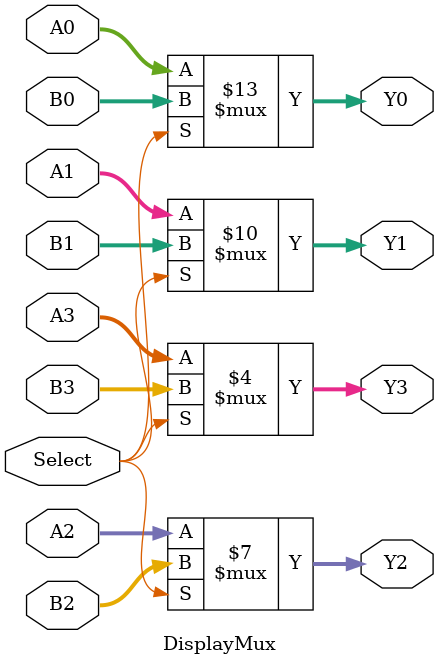
<source format=v>
`timescale 1ns / 1ps
module DisplayMux(
    input [3:0] A0,
    input [3:0] A1,
    input [3:0] A2,
    input [3:0] A3,
    input [3:0] B0,
    input [3:0] B1,
    input [3:0] B2,
    input [3:0] B3,
	 input Select,
    output reg [3:0] Y0,
    output reg [3:0] Y1,
    output reg [3:0] Y2,
    output reg [3:0] Y3
    );
	 
	
always @(*) begin
		if(Select == 0) begin
			Y0 <= A0;
			Y1 <= A1;
			Y2 <= A2;
			Y3 <= A3;
		end else begin
			Y0 <= B0;
			Y1 <= B1;
			Y2 <= B2;
			Y3 <= B3;
		end
end


endmodule

</source>
